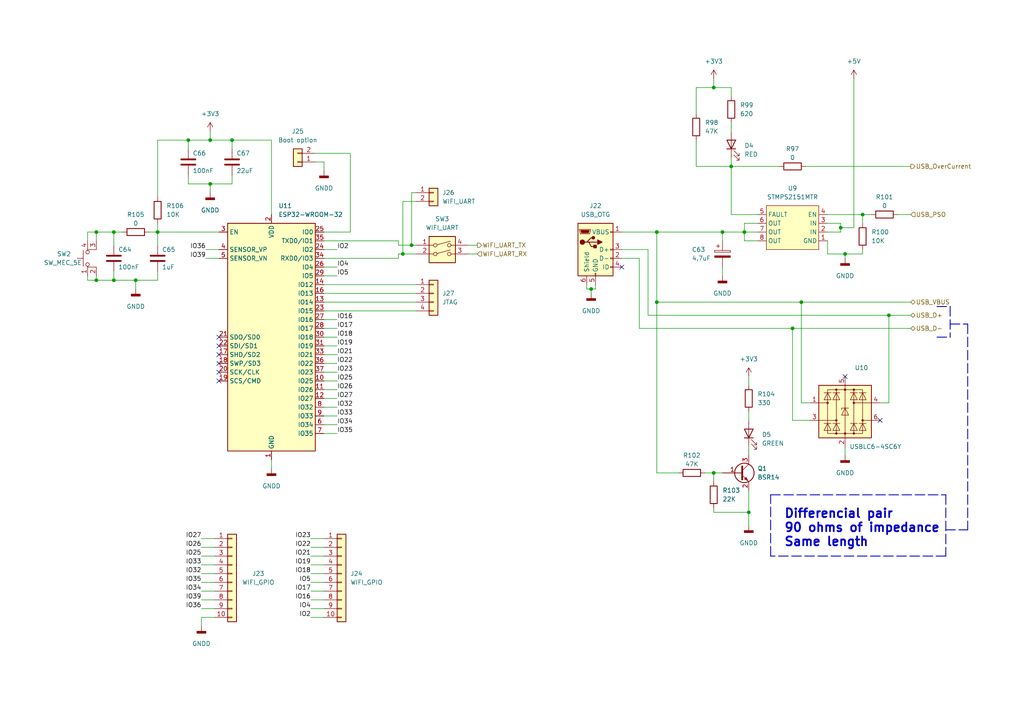
<source format=kicad_sch>
(kicad_sch (version 20211123) (generator eeschema)
  (paper "A4")
  (title_block (title "USB and Wi-Fi") (date "2022-11-20") (rev "Rev. 1") (company "HardGFX") (comment 1 "Esp. Eng. Sciarrone, Hanes Nahuel") (comment 2 "Master in embedded systems") (comment 3 "UBA - Facultad de Ingeniería"))
  (lib_symbols
    (symbol "Connector:USB_OTG" (pin_names (offset 1.016))
      (property "Reference" "J" (at -5.08 11.43 0))
      (property "Value" "USB_OTG" (at -5.08 8.89 0))
      (symbol "USB_OTG_0_1"
        (rectangle (start -5.08 -7.62) (end 5.08 7.62) (stroke (width 0.254)) (fill (type background)))
        (circle (center -3.81 2.159) (radius 0.635) (stroke (width 0.254)) (fill (type outline)))
        (circle (center -0.635 3.429) (radius 0.381) (stroke (width 0.254)) (fill (type outline)))
        (rectangle (start -0.127 -7.62) (end 0.127 -6.858))
        (polyline (pts (xy -1.905 2.159) (xy 0.635 2.159)) (stroke (width 0.254)))
        (polyline (pts (xy -3.175 2.159) (xy -2.54 2.159) (xy -1.27 3.429) (xy -0.635 3.429)) (stroke (width 0.254)))
        (polyline (pts (xy -2.54 2.159) (xy -1.905 2.159) (xy -1.27 0.889) (xy 0 0.889)) (stroke (width 0.254)))
        (polyline (pts (xy 0.635 2.794) (xy 0.635 1.524) (xy 1.905 2.159) (xy 0.635 2.794)) (stroke (width 0.254)) (fill (type outline)))
        (polyline (pts (xy -4.318 5.588) (xy -1.778 5.588) (xy -2.032 4.826) (xy -4.064 4.826) (xy -4.318 5.588)) (fill (type outline)))
        (polyline (pts (xy -4.699 5.842) (xy -4.699 5.588) (xy -4.445 4.826) (xy -4.445 4.572) (xy -1.651 4.572) (xy -1.651 4.826) (xy -1.397 5.588) (xy -1.397 5.842) (xy -4.699 5.842)))
        (rectangle (start 0.254 1.27) (end -0.508 0.508) (stroke (width 0.254)) (fill (type outline)))
        (rectangle (start 5.08 -5.207) (end 4.318 -4.953))
        (rectangle (start 5.08 -2.667) (end 4.318 -2.413))
        (rectangle (start 5.08 -0.127) (end 4.318 0.127))
        (rectangle (start 5.08 4.953) (end 4.318 5.207))
      )
      (symbol "USB_OTG_1_1"
        (pin passive line (at 7.62 5.08 180) (length 2.54) (name "VBUS") (number "1"))
        (pin bidirectional line (at 7.62 -2.54 180) (length 2.54) (name "D-") (number "2"))
        (pin bidirectional line (at 7.62 0 180) (length 2.54) (name "D+") (number "3"))
        (pin passive line (at 7.62 -5.08 180) (length 2.54) (name "ID") (number "4"))
        (pin passive line (at 0 -10.16 90) (length 2.54) (name "GND") (number "5"))
        (pin passive line (at -2.54 -10.16 90) (length 2.54) (name "Shield") (number "6"))
      )
    )
    (symbol "Connector_Generic:Conn_01x02" (pin_names (offset 1.016) hide)
      (property "Reference" "J" (at 0 2.54 0))
      (property "Value" "Conn_01x02" (at 0 -5.08 0))
      (symbol "Conn_01x02_1_1"
        (rectangle (start -1.27 -2.413) (end 0 -2.667) (stroke (width 0.1524)))
        (rectangle (start -1.27 0.127) (end 0 -0.127) (stroke (width 0.1524)))
        (rectangle (start -1.27 1.27) (end 1.27 -3.81) (stroke (width 0.254)) (fill (type background)))
        (pin passive line (at -5.08 0 0) (length 3.81) (name "Pin_1") (number "1"))
        (pin passive line (at -5.08 -2.54 0) (length 3.81) (name "Pin_2") (number "2"))
      )
    )
    (symbol "Connector_Generic:Conn_01x04" (pin_names (offset 1.016) hide)
      (property "Reference" "J" (at 0 5.08 0))
      (property "Value" "Conn_01x04" (at 0 -7.62 0))
      (symbol "Conn_01x04_1_1"
        (rectangle (start -1.27 -4.953) (end 0 -5.207) (stroke (width 0.1524)))
        (rectangle (start -1.27 -2.413) (end 0 -2.667) (stroke (width 0.1524)))
        (rectangle (start -1.27 0.127) (end 0 -0.127) (stroke (width 0.1524)))
        (rectangle (start -1.27 2.667) (end 0 2.413) (stroke (width 0.1524)))
        (rectangle (start -1.27 3.81) (end 1.27 -6.35) (stroke (width 0.254)) (fill (type background)))
        (pin passive line (at -5.08 2.54 0) (length 3.81) (name "Pin_1") (number "1"))
        (pin passive line (at -5.08 0 0) (length 3.81) (name "Pin_2") (number "2"))
        (pin passive line (at -5.08 -2.54 0) (length 3.81) (name "Pin_3") (number "3"))
        (pin passive line (at -5.08 -5.08 0) (length 3.81) (name "Pin_4") (number "4"))
      )
    )
    (symbol "Connector_Generic:Conn_01x10" (pin_names (offset 1.016) hide)
      (property "Reference" "J" (at 0 12.7 0))
      (property "Value" "Conn_01x10" (at 0 -15.24 0))
      (symbol "Conn_01x10_1_1"
        (rectangle (start -1.27 -12.573) (end 0 -12.827) (stroke (width 0.1524)))
        (rectangle (start -1.27 -10.033) (end 0 -10.287) (stroke (width 0.1524)))
        (rectangle (start -1.27 -7.493) (end 0 -7.747) (stroke (width 0.1524)))
        (rectangle (start -1.27 -4.953) (end 0 -5.207) (stroke (width 0.1524)))
        (rectangle (start -1.27 -2.413) (end 0 -2.667) (stroke (width 0.1524)))
        (rectangle (start -1.27 0.127) (end 0 -0.127) (stroke (width 0.1524)))
        (rectangle (start -1.27 2.667) (end 0 2.413) (stroke (width 0.1524)))
        (rectangle (start -1.27 5.207) (end 0 4.953) (stroke (width 0.1524)))
        (rectangle (start -1.27 7.747) (end 0 7.493) (stroke (width 0.1524)))
        (rectangle (start -1.27 10.287) (end 0 10.033) (stroke (width 0.1524)))
        (rectangle (start -1.27 11.43) (end 1.27 -13.97) (stroke (width 0.254)) (fill (type background)))
        (pin passive line (at -5.08 10.16 0) (length 3.81) (name "Pin_1") (number "1"))
        (pin passive line (at -5.08 -12.7 0) (length 3.81) (name "Pin_10") (number "10"))
        (pin passive line (at -5.08 7.62 0) (length 3.81) (name "Pin_2") (number "2"))
        (pin passive line (at -5.08 5.08 0) (length 3.81) (name "Pin_3") (number "3"))
        (pin passive line (at -5.08 2.54 0) (length 3.81) (name "Pin_4") (number "4"))
        (pin passive line (at -5.08 0 0) (length 3.81) (name "Pin_5") (number "5"))
        (pin passive line (at -5.08 -2.54 0) (length 3.81) (name "Pin_6") (number "6"))
        (pin passive line (at -5.08 -5.08 0) (length 3.81) (name "Pin_7") (number "7"))
        (pin passive line (at -5.08 -7.62 0) (length 3.81) (name "Pin_8") (number "8"))
        (pin passive line (at -5.08 -10.16 0) (length 3.81) (name "Pin_9") (number "9"))
      )
    )
    (symbol "Device:C" (pin_numbers hide) (pin_names (offset 0.254))
      (property "Reference" "C" (at 0.635 2.54 0))
      (property "Value" "C" (at 0.635 -2.54 0))
      (symbol "C_0_1"
        (polyline (pts (xy -2.032 -0.762) (xy 2.032 -0.762)) (stroke (width 0.508)))
        (polyline (pts (xy -2.032 0.762) (xy 2.032 0.762)) (stroke (width 0.508)))
      )
      (symbol "C_1_1"
        (pin passive line (at 0 3.81 270) (length 2.794) (name "~") (number "1"))
        (pin passive line (at 0 -3.81 90) (length 2.794) (name "~") (number "2"))
      )
    )
    (symbol "Device:C_Polarized" (pin_numbers hide) (pin_names (offset 0.254))
      (property "Reference" "C" (at 0.635 2.54 0))
      (property "Value" "C_Polarized" (at 0.635 -2.54 0))
      (symbol "C_Polarized_0_1"
        (rectangle (start -2.286 0.508) (end 2.286 1.016))
        (polyline (pts (xy -1.778 2.286) (xy -0.762 2.286)))
        (polyline (pts (xy -1.27 2.794) (xy -1.27 1.778)))
        (rectangle (start 2.286 -0.508) (end -2.286 -1.016) (fill (type outline)))
      )
      (symbol "C_Polarized_1_1"
        (pin passive line (at 0 3.81 270) (length 2.794) (name "~") (number "1"))
        (pin passive line (at 0 -3.81 90) (length 2.794) (name "~") (number "2"))
      )
    )
    (symbol "Device:LED" (pin_numbers hide) (pin_names (offset 1.016) hide)
      (property "Reference" "D" (at 0 2.54 0))
      (property "Value" "LED" (at 0 -2.54 0))
      (symbol "LED_0_1"
        (polyline (pts (xy -1.27 -1.27) (xy -1.27 1.27)) (stroke (width 0.254)))
        (polyline (pts (xy -1.27 0) (xy 1.27 0)))
        (polyline (pts (xy 1.27 -1.27) (xy 1.27 1.27) (xy -1.27 0) (xy 1.27 -1.27)) (stroke (width 0.254)))
        (polyline (pts (xy -3.048 -0.762) (xy -4.572 -2.286) (xy -3.81 -2.286) (xy -4.572 -2.286) (xy -4.572 -1.524)))
        (polyline (pts (xy -1.778 -0.762) (xy -3.302 -2.286) (xy -2.54 -2.286) (xy -3.302 -2.286) (xy -3.302 -1.524)))
      )
      (symbol "LED_1_1"
        (pin passive line (at -3.81 0 0) (length 2.54) (name "K") (number "1"))
        (pin passive line (at 3.81 0 180) (length 2.54) (name "A") (number "2"))
      )
    )
    (symbol "Device:R" (pin_numbers hide) (pin_names (offset 0))
      (property "Reference" "R" (at 2.032 0 90))
      (property "Value" "R" (at 0 0 90))
      (symbol "R_0_1"
        (rectangle (start -1.016 -2.54) (end 1.016 2.54) (stroke (width 0.254)))
      )
      (symbol "R_1_1"
        (pin passive line (at 0 3.81 270) (length 1.27) (name "~") (number "1"))
        (pin passive line (at 0 -3.81 90) (length 1.27) (name "~") (number "2"))
      )
    )
    (symbol "Power_Protection:USBLC6-4SC6" (pin_names hide)
      (property "Reference" "U" (at 2.54 8.89 0))
      (property "Value" "USBLC6-4SC6" (at 2.54 -8.89 0))
      (symbol "USBLC6-4SC6_0_1"
        (rectangle (start -7.62 -7.62) (end 7.62 7.62) (stroke (width 0.254)) (fill (type background)))
        (circle (center -5.08 2.54) (radius 0.254) (fill (type outline)))
        (circle (center -2.54 -6.35) (radius 0.254) (fill (type outline)))
        (circle (center -2.54 -2.54) (radius 0.254) (fill (type outline)))
        (circle (center -2.54 6.35) (radius 0.254) (fill (type outline)))
        (rectangle (start -2.54 6.35) (end 2.54 -6.35))
        (circle (center 0 -6.35) (radius 0.254) (fill (type outline)))
        (polyline (pts (xy -5.08 2.54) (xy -7.62 2.54)))
        (polyline (pts (xy -4.064 -3.429) (xy -6.096 -3.429)))
        (polyline (pts (xy -4.064 5.461) (xy -6.096 5.461)))
        (polyline (pts (xy -2.54 -2.54) (xy -7.62 -2.54)))
        (polyline (pts (xy -1.524 -3.429) (xy -3.556 -3.429)))
        (polyline (pts (xy -1.524 5.461) (xy -3.556 5.461)))
        (polyline (pts (xy 0 -7.62) (xy 0 -6.35)))
        (polyline (pts (xy 0 -6.35) (xy 0 1.27)))
        (polyline (pts (xy 0 1.27) (xy 0 6.35)))
        (polyline (pts (xy 0 6.35) (xy 0 7.62)))
        (polyline (pts (xy 1.524 -3.429) (xy 3.556 -3.429)))
        (polyline (pts (xy 1.524 5.461) (xy 3.556 5.461)))
        (polyline (pts (xy 2.54 2.54) (xy 7.62 2.54)))
        (polyline (pts (xy 4.064 -3.429) (xy 6.096 -3.429)))
        (polyline (pts (xy 4.064 5.461) (xy 6.096 5.461)))
        (polyline (pts (xy 5.08 -2.54) (xy 7.62 -2.54)))
        (polyline (pts (xy -6.096 -5.461) (xy -4.064 -5.461) (xy -5.08 -3.429) (xy -6.096 -5.461)))
        (polyline (pts (xy -6.096 3.429) (xy -4.064 3.429) (xy -5.08 5.461) (xy -6.096 3.429)))
        (polyline (pts (xy -3.556 -5.461) (xy -1.524 -5.461) (xy -2.54 -3.429) (xy -3.556 -5.461)))
        (polyline (pts (xy -3.556 3.429) (xy -1.524 3.429) (xy -2.54 5.461) (xy -3.556 3.429)))
        (polyline (pts (xy -2.54 6.35) (xy -5.08 6.35) (xy -5.08 -6.35) (xy -2.54 -6.35)))
        (polyline (pts (xy -1.016 -1.016) (xy 1.016 -1.016) (xy 0 1.016) (xy -1.016 -1.016)))
        (polyline (pts (xy 1.016 1.016) (xy 0.762 1.016) (xy -1.016 1.016) (xy -1.016 0.508)))
        (polyline (pts (xy 2.54 6.35) (xy 5.08 6.35) (xy 5.08 -6.35) (xy 2.54 -6.35)))
        (polyline (pts (xy 3.556 -5.461) (xy 1.524 -5.461) (xy 2.54 -3.429) (xy 3.556 -5.461)))
        (polyline (pts (xy 3.556 3.429) (xy 1.524 3.429) (xy 2.54 5.461) (xy 3.556 3.429)))
        (polyline (pts (xy 6.096 -5.461) (xy 4.064 -5.461) (xy 5.08 -3.429) (xy 6.096 -5.461)))
        (polyline (pts (xy 6.096 3.429) (xy 4.064 3.429) (xy 5.08 5.461) (xy 6.096 3.429)))
        (circle (center 0 6.35) (radius 0.254) (fill (type outline)))
        (circle (center 2.54 -6.35) (radius 0.254) (fill (type outline)))
        (circle (center 2.54 2.54) (radius 0.254) (fill (type outline)))
        (circle (center 2.54 6.35) (radius 0.254) (fill (type outline)))
        (circle (center 5.08 -2.54) (radius 0.254) (fill (type outline)))
      )
      (symbol "USBLC6-4SC6_1_1"
        (pin passive line (at -10.16 2.54 0) (length 2.54) (name "I/O1") (number "1"))
        (pin passive line (at 0 -10.16 90) (length 2.54) (name "GND") (number "2"))
        (pin passive line (at -10.16 -2.54 0) (length 2.54) (name "I/O2") (number "3"))
        (pin passive line (at 10.16 2.54 180) (length 2.54) (name "I/O3") (number "4"))
        (pin passive line (at 0 10.16 270) (length 2.54) (name "VBUS") (number "5"))
        (pin passive line (at 10.16 -2.54 180) (length 2.54) (name "I/O4") (number "6"))
      )
    )
    (symbol "RF_Module:ESP32-WROOM-32"
      (property "Reference" "U" (at -12.7 34.29 0))
      (property "Value" "ESP32-WROOM-32" (at 1.27 34.29 0))
      (symbol "ESP32-WROOM-32_0_1"
        (rectangle (start -12.7 33.02) (end 12.7 -33.02) (stroke (width 0.254)) (fill (type background)))
      )
      (symbol "ESP32-WROOM-32_1_1"
        (pin power_in line (at 0 -35.56 90) (length 2.54) (name "GND") (number "1"))
        (pin bidirectional line (at 15.24 -12.7 180) (length 2.54) (name "IO25") (number "10"))
        (pin bidirectional line (at 15.24 -15.24 180) (length 2.54) (name "IO26") (number "11"))
        (pin bidirectional line (at 15.24 -17.78 180) (length 2.54) (name "IO27") (number "12"))
        (pin bidirectional line (at 15.24 10.16 180) (length 2.54) (name "IO14") (number "13"))
        (pin bidirectional line (at 15.24 15.24 180) (length 2.54) (name "IO12") (number "14"))
        (pin passive line (at 0 -35.56 90) (length 2.54) hide (name "GND") (number "15"))
        (pin bidirectional line (at 15.24 12.7 180) (length 2.54) (name "IO13") (number "16"))
        (pin bidirectional line (at -15.24 -5.08 0) (length 2.54) (name "SHD/SD2") (number "17"))
        (pin bidirectional line (at -15.24 -7.62 0) (length 2.54) (name "SWP/SD3") (number "18"))
        (pin bidirectional line (at -15.24 -12.7 0) (length 2.54) (name "SCS/CMD") (number "19"))
        (pin power_in line (at 0 35.56 270) (length 2.54) (name "VDD") (number "2"))
        (pin bidirectional line (at -15.24 -10.16 0) (length 2.54) (name "SCK/CLK") (number "20"))
        (pin bidirectional line (at -15.24 0 0) (length 2.54) (name "SDO/SD0") (number "21"))
        (pin bidirectional line (at -15.24 -2.54 0) (length 2.54) (name "SDI/SD1") (number "22"))
        (pin bidirectional line (at 15.24 7.62 180) (length 2.54) (name "IO15") (number "23"))
        (pin bidirectional line (at 15.24 25.4 180) (length 2.54) (name "IO2") (number "24"))
        (pin bidirectional line (at 15.24 30.48 180) (length 2.54) (name "IO0") (number "25"))
        (pin bidirectional line (at 15.24 20.32 180) (length 2.54) (name "IO4") (number "26"))
        (pin bidirectional line (at 15.24 5.08 180) (length 2.54) (name "IO16") (number "27"))
        (pin bidirectional line (at 15.24 2.54 180) (length 2.54) (name "IO17") (number "28"))
        (pin bidirectional line (at 15.24 17.78 180) (length 2.54) (name "IO5") (number "29"))
        (pin input line (at -15.24 30.48 0) (length 2.54) (name "EN") (number "3"))
        (pin bidirectional line (at 15.24 0 180) (length 2.54) (name "IO18") (number "30"))
        (pin bidirectional line (at 15.24 -2.54 180) (length 2.54) (name "IO19") (number "31"))
        (pin no_connect line (at -12.7 -27.94 0) (length 2.54) hide (name "NC") (number "32"))
        (pin bidirectional line (at 15.24 -5.08 180) (length 2.54) (name "IO21") (number "33"))
        (pin bidirectional line (at 15.24 22.86 180) (length 2.54) (name "RXD0/IO3") (number "34"))
        (pin bidirectional line (at 15.24 27.94 180) (length 2.54) (name "TXD0/IO1") (number "35"))
        (pin bidirectional line (at 15.24 -7.62 180) (length 2.54) (name "IO22") (number "36"))
        (pin bidirectional line (at 15.24 -10.16 180) (length 2.54) (name "IO23") (number "37"))
        (pin passive line (at 0 -35.56 90) (length 2.54) hide (name "GND") (number "38"))
        (pin passive line (at 0 -35.56 90) (length 2.54) hide (name "GND") (number "39"))
        (pin input line (at -15.24 25.4 0) (length 2.54) (name "SENSOR_VP") (number "4"))
        (pin input line (at -15.24 22.86 0) (length 2.54) (name "SENSOR_VN") (number "5"))
        (pin input line (at 15.24 -25.4 180) (length 2.54) (name "IO34") (number "6"))
        (pin input line (at 15.24 -27.94 180) (length 2.54) (name "IO35") (number "7"))
        (pin bidirectional line (at 15.24 -20.32 180) (length 2.54) (name "IO32") (number "8"))
        (pin bidirectional line (at 15.24 -22.86 180) (length 2.54) (name "IO33") (number "9"))
      )
    )
    (symbol "STMPS2151MTR_1"
      (property "Reference" "U" (at 0 0 0))
      (property "Value" "STMPS2151MTR_1" (at 0 -2.54 0))
      (symbol "STMPS2151MTR_1_0_1"
        (rectangle (start -7.62 -3.81) (end 7.62 -16.51) (fill (type background)))
      )
      (symbol "STMPS2151MTR_1_1_1"
        (pin power_in line (at -10.16 -6.35 0) (length 2.54) (name "GND") (number "1"))
        (pin input line (at -10.16 -8.89 0) (length 2.54) (name "IN") (number "2"))
        (pin input line (at -10.16 -11.43 0) (length 2.54) (name "IN") (number "3"))
        (pin input line (at -10.16 -13.97 0) (length 2.54) (name "EN") (number "4"))
        (pin output line (at 10.16 -13.97 180) (length 2.54) (name "FAULT") (number "5"))
        (pin passive line (at 10.16 -11.43 180) (length 2.54) (name "OUT") (number "6"))
        (pin output line (at 10.16 -8.89 180) (length 2.54) (name "OUT") (number "7"))
        (pin passive line (at 10.16 -6.35 180) (length 2.54) (name "OUT") (number "8"))
      )
    )
    (symbol "Switch:SW_DIP_x02" (pin_names (offset 0) hide)
      (property "Reference" "SW" (at 0 6.35 0))
      (property "Value" "SW_DIP_x02" (at 0 -3.81 0))
      (symbol "SW_DIP_x02_0_0"
        (circle (center -2.032 0) (radius 0.508))
        (circle (center -2.032 2.54) (radius 0.508))
        (polyline (pts (xy -1.524 0.127) (xy 2.3622 1.1684)))
        (polyline (pts (xy -1.524 2.667) (xy 2.3622 3.7084)))
        (circle (center 2.032 0) (radius 0.508))
        (circle (center 2.032 2.54) (radius 0.508))
      )
      (symbol "SW_DIP_x02_0_1"
        (rectangle (start -3.81 5.08) (end 3.81 -2.54) (stroke (width 0.254)) (fill (type background)))
      )
      (symbol "SW_DIP_x02_1_1"
        (pin passive line (at -7.62 2.54 0) (length 5.08) (name "~") (number "1"))
        (pin passive line (at -7.62 0 0) (length 5.08) (name "~") (number "2"))
        (pin passive line (at 7.62 0 180) (length 5.08) (name "~") (number "3"))
        (pin passive line (at 7.62 2.54 180) (length 5.08) (name "~") (number "4"))
      )
    )
    (symbol "Switch:SW_MEC_5E" (pin_names (offset 1.016) hide)
      (property "Reference" "SW" (at 0.635 5.715 0))
      (property "Value" "SW_MEC_5E" (at 0 -3.175 0))
      (symbol "SW_MEC_5E_0_1"
        (circle (center -1.778 2.54) (radius 0.508))
        (polyline (pts (xy -2.286 3.81) (xy 2.286 3.81)))
        (polyline (pts (xy 0 3.81) (xy 0 5.588)))
        (polyline (pts (xy -2.54 0) (xy -2.54 2.54) (xy -2.286 2.54)))
        (polyline (pts (xy 2.54 0) (xy 2.54 2.54) (xy 2.286 2.54)))
        (circle (center 1.778 2.54) (radius 0.508))
        (pin passive line (at -5.08 2.54 0) (length 2.54) (name "1") (number "1"))
        (pin passive line (at -5.08 0 0) (length 2.54) (name "2") (number "2"))
        (pin passive line (at 5.08 0 180) (length 2.54) (name "K") (number "3"))
        (pin passive line (at 5.08 2.54 180) (length 2.54) (name "A") (number "4"))
      )
    )
    (symbol "Transistor_BJT:2SC4213" (pin_names (offset 0) hide)
      (property "Reference" "Q" (at 5.08 1.905 0))
      (property "Value" "2SC4213" (at 5.08 0 0))
      (symbol "2SC4213_0_1"
        (polyline (pts (xy 0.635 0.635) (xy 2.54 2.54)))
        (polyline (pts (xy 0.635 -0.635) (xy 2.54 -2.54) (xy 2.54 -2.54)))
        (polyline (pts (xy 0.635 1.905) (xy 0.635 -1.905) (xy 0.635 -1.905)) (stroke (width 0.508)))
        (polyline (pts (xy 1.27 -1.778) (xy 1.778 -1.27) (xy 2.286 -2.286) (xy 1.27 -1.778) (xy 1.27 -1.778)) (fill (type outline)))
        (circle (center 1.27 0) (radius 2.8194) (stroke (width 0.254)))
      )
      (symbol "2SC4213_1_1"
        (pin input line (at -5.08 0 0) (length 5.715) (name "B") (number "1"))
        (pin passive line (at 2.54 -5.08 90) (length 2.54) (name "E") (number "2"))
        (pin passive line (at 2.54 5.08 270) (length 2.54) (name "C") (number "3"))
      )
    )
    (symbol "power:+3V3" (power) (pin_names (offset 0))
      (property "Value" "+3V3" (at 0 3.556 0))
      (symbol "+3V3_0_1"
        (polyline (pts (xy -0.762 1.27) (xy 0 2.54)))
        (polyline (pts (xy 0 0) (xy 0 2.54)))
        (polyline (pts (xy 0 2.54) (xy 0.762 1.27)))
      )
      (symbol "+3V3_1_1"
        (pin power_in line (at 0 0 90) (length 0) hide (name "+3V3") (number "1"))
      )
    )
    (symbol "power:+5V" (power) (pin_names (offset 0))
      (property "Value" "+5V" (at 0 3.556 0))
      (symbol "+5V_0_1"
        (polyline (pts (xy -0.762 1.27) (xy 0 2.54)))
        (polyline (pts (xy 0 0) (xy 0 2.54)))
        (polyline (pts (xy 0 2.54) (xy 0.762 1.27)))
      )
      (symbol "+5V_1_1"
        (pin power_in line (at 0 0 90) (length 0) hide (name "+5V") (number "1"))
      )
    )
    (symbol "power:GNDD" (power) (pin_names (offset 0))
      (property "Value" "GNDD" (at 0 -3.175 0))
      (symbol "GNDD_0_1"
        (rectangle (start -1.27 -1.524) (end 1.27 -2.032) (stroke (width 0.254)) (fill (type outline)))
        (polyline (pts (xy 0 0) (xy 0 -1.524)))
      )
      (symbol "GNDD_1_1"
        (pin power_in line (at 0 0 270) (length 0) hide (name "GNDD") (number "1"))
      )
    )
  )
  (junction (at 207.01 25.4))
  (junction (at 245.11 73.66))
  (junction (at 250.19 62.23))
  (junction (at 27.94 67.31))
  (junction (at 243.84 66.04))
  (junction (at 217.17 148.59))
  (junction (at 171.45 83.82))
  (junction (at 67.31 40.64))
  (junction (at 119.38 71.12))
  (junction (at 212.09 48.26))
  (junction (at 27.94 81.28))
  (junction (at 33.02 81.28))
  (junction (at 209.55 67.31))
  (junction (at 45.72 67.31))
  (junction (at 207.01 137.16))
  (junction (at 54.61 40.64))
  (junction (at 190.5 87.63))
  (junction (at 257.81 91.44))
  (junction (at 33.02 67.31))
  (junction (at 215.9 67.31))
  (junction (at 190.5 67.31))
  (junction (at 60.96 53.34))
  (junction (at 232.41 87.63))
  (junction (at 60.96 40.64))
  (junction (at 116.84 73.66))
  (junction (at 39.37 81.28))
  (junction (at 229.87 95.25))
  (no_connect (at 180.34 77.47))
  (no_connect (at 245.11 109.22))
  (no_connect (at 63.5 97.79))
  (no_connect (at 63.5 100.33))
  (no_connect (at 63.5 102.87))
  (no_connect (at 63.5 105.41))
  (no_connect (at 63.5 107.95))
  (no_connect (at 63.5 110.49))
  (no_connect (at 255.27 121.92))
  (wire (pts (xy 27.94 80.01) (xy 27.94 81.28)))
  (wire (pts (xy 90.17 161.29) (xy 93.98 161.29)))
  (wire (pts (xy 60.96 38.1) (xy 60.96 40.64)))
  (wire (pts (xy 93.98 120.65) (xy 97.79 120.65)))
  (wire (pts (xy 212.09 48.26) (xy 201.93 48.26)))
  (wire (pts (xy 196.85 137.16) (xy 190.5 137.16)))
  (wire (pts (xy 93.98 95.25) (xy 97.79 95.25)))
  (wire (pts (xy 212.09 35.56) (xy 212.09 38.1)))
  (wire (pts (xy 243.84 67.31) (xy 240.03 67.31)))
  (wire (pts (xy 115.57 69.85) (xy 93.98 69.85)))
  (wire (pts (xy 243.84 64.77) (xy 243.84 66.04)))
  (wire (pts (xy 54.61 53.34) (xy 60.96 53.34)))
  (wire (pts (xy 90.17 173.99) (xy 93.98 173.99)))
  (wire (pts (xy 247.65 22.86) (xy 247.65 66.04)))
  (wire (pts (xy 101.6 44.45) (xy 101.6 67.31)))
  (wire (pts (xy 93.98 46.99) (xy 93.98 49.53)))
  (wire (pts (xy 116.84 58.42) (xy 116.84 73.66)))
  (wire (pts (xy 212.09 25.4) (xy 207.01 25.4)))
  (wire (pts (xy 101.6 67.31) (xy 93.98 67.31)))
  (wire (pts (xy 217.17 142.24) (xy 217.17 148.59)))
  (wire (pts (xy 39.37 81.28) (xy 33.02 81.28)))
  (wire (pts (xy 25.4 80.01) (xy 25.4 81.28)))
  (polyline (pts (xy 275.59 88.9) (xy 275.59 97.79)) (stroke (width 0.254)))
  (wire (pts (xy 78.74 62.23) (xy 78.74 40.64)))
  (wire (pts (xy 33.02 78.74) (xy 33.02 81.28)))
  (wire (pts (xy 215.9 67.31) (xy 219.71 67.31)))
  (wire (pts (xy 58.42 173.99) (xy 62.23 173.99)))
  (wire (pts (xy 233.68 48.26) (xy 264.16 48.26)))
  (wire (pts (xy 43.18 67.31) (xy 45.72 67.31)))
  (wire (pts (xy 245.11 73.66) (xy 245.11 74.93)))
  (wire (pts (xy 190.5 137.16) (xy 190.5 87.63)))
  (wire (pts (xy 58.42 179.07) (xy 58.42 181.61)))
  (wire (pts (xy 250.19 62.23) (xy 250.19 64.77)))
  (wire (pts (xy 120.65 73.66) (xy 116.84 73.66)))
  (wire (pts (xy 67.31 40.64) (xy 60.96 40.64)))
  (wire (pts (xy 257.81 91.44) (xy 264.16 91.44)))
  (wire (pts (xy 93.98 115.57) (xy 97.79 115.57)))
  (wire (pts (xy 212.09 62.23) (xy 212.09 48.26)))
  (wire (pts (xy 45.72 67.31) (xy 45.72 71.12)))
  (wire (pts (xy 67.31 50.8) (xy 67.31 53.34)))
  (wire (pts (xy 245.11 73.66) (xy 250.19 73.66)))
  (wire (pts (xy 39.37 83.82) (xy 39.37 81.28)))
  (wire (pts (xy 135.89 73.66) (xy 138.43 73.66)))
  (wire (pts (xy 172.72 83.82) (xy 171.45 83.82)))
  (wire (pts (xy 67.31 43.18) (xy 67.31 40.64)))
  (wire (pts (xy 232.41 116.84) (xy 232.41 87.63)))
  (wire (pts (xy 33.02 81.28) (xy 27.94 81.28)))
  (wire (pts (xy 90.17 171.45) (xy 93.98 171.45)))
  (wire (pts (xy 58.42 176.53) (xy 62.23 176.53)))
  (wire (pts (xy 212.09 45.72) (xy 212.09 48.26)))
  (wire (pts (xy 93.98 113.03) (xy 97.79 113.03)))
  (wire (pts (xy 201.93 25.4) (xy 207.01 25.4)))
  (wire (pts (xy 207.01 148.59) (xy 217.17 148.59)))
  (wire (pts (xy 45.72 67.31) (xy 63.5 67.31)))
  (wire (pts (xy 207.01 137.16) (xy 209.55 137.16)))
  (wire (pts (xy 215.9 64.77) (xy 215.9 67.31)))
  (wire (pts (xy 33.02 67.31) (xy 33.02 71.12)))
  (wire (pts (xy 60.96 40.64) (xy 54.61 40.64)))
  (wire (pts (xy 25.4 67.31) (xy 27.94 67.31)))
  (wire (pts (xy 58.42 163.83) (xy 62.23 163.83)))
  (wire (pts (xy 93.98 100.33) (xy 97.79 100.33)))
  (wire (pts (xy 170.18 82.55) (xy 170.18 83.82)))
  (wire (pts (xy 243.84 66.04) (xy 243.84 67.31)))
  (wire (pts (xy 264.16 87.63) (xy 232.41 87.63)))
  (wire (pts (xy 93.98 118.11) (xy 97.79 118.11)))
  (wire (pts (xy 25.4 69.85) (xy 25.4 67.31)))
  (polyline (pts (xy 271.78 88.9) (xy 275.59 88.9)) (stroke (width 0.254)))
  (wire (pts (xy 187.96 91.44) (xy 257.81 91.44)))
  (wire (pts (xy 58.42 161.29) (xy 62.23 161.29)))
  (wire (pts (xy 93.98 107.95) (xy 97.79 107.95)))
  (polyline (pts (xy 280.67 93.98) (xy 280.67 153.67)) (stroke (width 0.254)))
  (wire (pts (xy 217.17 148.59) (xy 217.17 152.4)))
  (wire (pts (xy 115.57 71.12) (xy 115.57 69.85)))
  (wire (pts (xy 90.17 166.37) (xy 93.98 166.37)))
  (wire (pts (xy 93.98 87.63) (xy 120.65 87.63)))
  (wire (pts (xy 180.34 74.93) (xy 185.42 74.93)))
  (wire (pts (xy 93.98 80.01) (xy 97.79 80.01)))
  (wire (pts (xy 247.65 66.04) (xy 243.84 66.04)))
  (wire (pts (xy 219.71 69.85) (xy 215.9 69.85)))
  (wire (pts (xy 201.93 48.26) (xy 201.93 40.64)))
  (wire (pts (xy 209.55 67.31) (xy 209.55 69.85)))
  (wire (pts (xy 78.74 40.64) (xy 67.31 40.64)))
  (wire (pts (xy 209.55 67.31) (xy 215.9 67.31)))
  (wire (pts (xy 90.17 168.91) (xy 93.98 168.91)))
  (wire (pts (xy 90.17 163.83) (xy 93.98 163.83)))
  (wire (pts (xy 207.01 137.16) (xy 207.01 139.7)))
  (wire (pts (xy 58.42 171.45) (xy 62.23 171.45)))
  (wire (pts (xy 93.98 123.19) (xy 97.79 123.19)))
  (wire (pts (xy 58.42 168.91) (xy 62.23 168.91)))
  (wire (pts (xy 93.98 90.17) (xy 120.65 90.17)))
  (wire (pts (xy 62.23 179.07) (xy 58.42 179.07)))
  (wire (pts (xy 207.01 25.4) (xy 207.01 22.86)))
  (wire (pts (xy 135.89 71.12) (xy 138.43 71.12)))
  (wire (pts (xy 207.01 147.32) (xy 207.01 148.59)))
  (polyline (pts (xy 275.59 93.98) (xy 280.67 93.98)) (stroke (width 0.254)))
  (wire (pts (xy 33.02 67.31) (xy 35.56 67.31)))
  (wire (pts (xy 190.5 67.31) (xy 209.55 67.31)))
  (wire (pts (xy 67.31 53.34) (xy 60.96 53.34)))
  (wire (pts (xy 217.17 109.22) (xy 217.17 111.76)))
  (wire (pts (xy 187.96 72.39) (xy 187.96 91.44)))
  (wire (pts (xy 240.03 62.23) (xy 250.19 62.23)))
  (wire (pts (xy 232.41 87.63) (xy 190.5 87.63)))
  (wire (pts (xy 116.84 73.66) (xy 115.57 73.66)))
  (wire (pts (xy 217.17 119.38) (xy 217.17 121.92)))
  (wire (pts (xy 180.34 67.31) (xy 190.5 67.31)))
  (wire (pts (xy 219.71 62.23) (xy 212.09 62.23)))
  (wire (pts (xy 93.98 97.79) (xy 97.79 97.79)))
  (wire (pts (xy 120.65 58.42) (xy 116.84 58.42)))
  (wire (pts (xy 90.17 158.75) (xy 93.98 158.75)))
  (wire (pts (xy 190.5 87.63) (xy 190.5 67.31)))
  (wire (pts (xy 234.95 116.84) (xy 232.41 116.84)))
  (wire (pts (xy 93.98 72.39) (xy 97.79 72.39)))
  (wire (pts (xy 90.17 179.07) (xy 93.98 179.07)))
  (wire (pts (xy 45.72 78.74) (xy 45.72 81.28)))
  (wire (pts (xy 209.55 77.47) (xy 209.55 80.01)))
  (wire (pts (xy 91.44 44.45) (xy 101.6 44.45)))
  (wire (pts (xy 170.18 83.82) (xy 171.45 83.82)))
  (wire (pts (xy 204.47 137.16) (xy 207.01 137.16)))
  (wire (pts (xy 240.03 64.77) (xy 243.84 64.77)))
  (wire (pts (xy 90.17 176.53) (xy 93.98 176.53)))
  (wire (pts (xy 185.42 95.25) (xy 229.87 95.25)))
  (wire (pts (xy 229.87 121.92) (xy 229.87 95.25)))
  (wire (pts (xy 229.87 95.25) (xy 264.16 95.25)))
  (wire (pts (xy 78.74 133.35) (xy 78.74 135.89)))
  (wire (pts (xy 245.11 129.54) (xy 245.11 132.08)))
  (wire (pts (xy 250.19 73.66) (xy 250.19 72.39)))
  (wire (pts (xy 45.72 64.77) (xy 45.72 67.31)))
  (wire (pts (xy 93.98 74.93) (xy 115.57 74.93)))
  (wire (pts (xy 215.9 69.85) (xy 215.9 67.31)))
  (wire (pts (xy 90.17 156.21) (xy 93.98 156.21)))
  (wire (pts (xy 58.42 156.21) (xy 62.23 156.21)))
  (wire (pts (xy 171.45 83.82) (xy 171.45 85.09)))
  (wire (pts (xy 27.94 67.31) (xy 27.94 69.85)))
  (wire (pts (xy 58.42 158.75) (xy 62.23 158.75)))
  (wire (pts (xy 58.42 166.37) (xy 62.23 166.37)))
  (wire (pts (xy 119.38 55.88) (xy 119.38 71.12)))
  (polyline (pts (xy 271.78 97.79) (xy 275.59 97.79)) (stroke (width 0.254)))
  (polyline (pts (xy 223.52 161.29) (xy 223.52 143.51)) (stroke (width 0.254)))
  (wire (pts (xy 45.72 57.15) (xy 45.72 40.64)))
  (wire (pts (xy 93.98 110.49) (xy 97.79 110.49)))
  (polyline (pts (xy 274.32 143.51) (xy 274.32 161.29)) (stroke (width 0.254)))
  (polyline (pts (xy 274.32 161.29) (xy 223.52 161.29)) (stroke (width 0.254)))
  (wire (pts (xy 260.35 62.23) (xy 264.16 62.23)))
  (wire (pts (xy 180.34 72.39) (xy 187.96 72.39)))
  (wire (pts (xy 59.69 74.93) (xy 63.5 74.93)))
  (wire (pts (xy 219.71 64.77) (xy 215.9 64.77)))
  (wire (pts (xy 185.42 74.93) (xy 185.42 95.25)))
  (wire (pts (xy 120.65 71.12) (xy 119.38 71.12)))
  (wire (pts (xy 201.93 33.02) (xy 201.93 25.4)))
  (wire (pts (xy 93.98 82.55) (xy 120.65 82.55)))
  (wire (pts (xy 93.98 85.09) (xy 120.65 85.09)))
  (wire (pts (xy 93.98 92.71) (xy 97.79 92.71)))
  (wire (pts (xy 93.98 102.87) (xy 97.79 102.87)))
  (wire (pts (xy 255.27 116.84) (xy 257.81 116.84)))
  (wire (pts (xy 226.06 48.26) (xy 212.09 48.26)))
  (wire (pts (xy 45.72 81.28) (xy 39.37 81.28)))
  (wire (pts (xy 60.96 53.34) (xy 60.96 55.88)))
  (polyline (pts (xy 223.52 143.51) (xy 274.32 143.51)) (stroke (width 0.254)))
  (wire (pts (xy 59.69 72.39) (xy 63.5 72.39)))
  (wire (pts (xy 93.98 125.73) (xy 97.79 125.73)))
  (wire (pts (xy 54.61 50.8) (xy 54.61 53.34)))
  (wire (pts (xy 115.57 73.66) (xy 115.57 74.93)))
  (wire (pts (xy 91.44 46.99) (xy 93.98 46.99)))
  (wire (pts (xy 93.98 105.41) (xy 97.79 105.41)))
  (wire (pts (xy 234.95 121.92) (xy 229.87 121.92)))
  (wire (pts (xy 172.72 82.55) (xy 172.72 83.82)))
  (wire (pts (xy 25.4 81.28) (xy 27.94 81.28)))
  (wire (pts (xy 257.81 91.44) (xy 257.81 116.84)))
  (wire (pts (xy 217.17 129.54) (xy 217.17 132.08)))
  (wire (pts (xy 93.98 77.47) (xy 97.79 77.47)))
  (wire (pts (xy 54.61 40.64) (xy 54.61 43.18)))
  (wire (pts (xy 120.65 55.88) (xy 119.38 55.88)))
  (wire (pts (xy 250.19 62.23) (xy 252.73 62.23)))
  (wire (pts (xy 27.94 67.31) (xy 33.02 67.31)))
  (wire (pts (xy 240.03 73.66) (xy 245.11 73.66)))
  (polyline (pts (xy 274.32 153.67) (xy 280.67 153.67)) (stroke (width 0.254)))
  (wire (pts (xy 240.03 69.85) (xy 240.03 73.66)))
  (wire (pts (xy 45.72 40.64) (xy 54.61 40.64)))
  (wire (pts (xy 212.09 27.94) (xy 212.09 25.4)))
  (wire (pts (xy 119.38 71.12) (xy 115.57 71.12)))
  (text "Differencial pair\n90 ohms of impedance\nSame length " (at 227.33 158.75 0) (effects (font (size 2.54 2.54) (thickness 0.508) bold) (justify left bottom)))
  (label "IO18" (at 97.79 97.79 0))
  (label "IO33" (at 58.42 163.83 180))
  (label "IO19" (at 97.79 100.33 0))
  (label "IO36" (at 59.69 72.39 180))
  (label "IO18" (at 90.17 166.37 180))
  (label "IO23" (at 97.79 107.95 0))
  (label "IO26" (at 58.42 158.75 180))
  (label "IO23" (at 90.17 156.21 180))
  (label "IO32" (at 58.42 166.37 180))
  (label "IO5" (at 97.79 80.01 0))
  (label "IO34" (at 58.42 171.45 180))
  (label "IO22" (at 90.17 158.75 180))
  (label "IO21" (at 90.17 161.29 180))
  (label "IO26" (at 97.79 113.03 0))
  (label "IO17" (at 90.17 171.45 180))
  (label "IO32" (at 97.79 118.11 0))
  (label "IO5" (at 90.17 168.91 180))
  (label "IO25" (at 97.79 110.49 0))
  (label "IO16" (at 90.17 173.99 180))
  (label "IO21" (at 97.79 102.87 0))
  (label "IO39" (at 58.42 173.99 180))
  (label "IO22" (at 97.79 105.41 0))
  (label "IO25" (at 58.42 161.29 180))
  (label "IO17" (at 97.79 95.25 0))
  (label "IO34" (at 97.79 123.19 0))
  (label "IO4" (at 97.79 77.47 0))
  (label "IO35" (at 97.79 125.73 0))
  (label "IO2" (at 90.17 179.07 180))
  (label "IO27" (at 58.42 156.21 180))
  (label "IO33" (at 97.79 120.65 0))
  (label "IO19" (at 90.17 163.83 180))
  (label "IO16" (at 97.79 92.71 0))
  (label "IO4" (at 90.17 176.53 180))
  (label "IO39" (at 59.69 74.93 180))
  (label "IO27" (at 97.79 115.57 0))
  (label "IO2" (at 97.79 72.39 0))
  (label "IO36" (at 58.42 176.53 180))
  (label "IO35" (at 58.42 168.91 180))
  (hierarchical_label "USB_PSO" (shape input) (at 264.16 62.23 0))
  (hierarchical_label "USB_VBUS" (shape bidirectional) (at 264.16 87.63 0))
  (hierarchical_label "WIFI_UART_RX" (shape input) (at 138.43 73.66 0))
  (hierarchical_label "USB_OverCurrent" (shape output) (at 264.16 48.26 0))
  (hierarchical_label "USB_D+" (shape bidirectional) (at 264.16 91.44 0))
  (hierarchical_label "WIFI_UART_TX" (shape output) (at 138.43 71.12 0))
  (hierarchical_label "USB_D-" (shape bidirectional) (at 264.16 95.25 0))
  (symbol (lib_id "power:+3V3") (at 60.96 38.1 0) (unit 1)
    (property "Reference" "#PWR071" (effects hide))
    (property "Value" "+3V3" (at 60.96 33.02 0))
  )
  (symbol (lib_id "Device:LED") (at 217.17 125.73 90) (unit 1)
    (property "Reference" "D5" (at 220.98 126.0474 90) (effects (justify right)))
    (property "Value" "GREEN" (at 220.98 128.5874 90) (effects (justify right)))
    (property "Footprint" "LED_SMD:LED_1206_3216Metric_Pad1.42x1.75mm_HandSolder" (effects hide))
    (property "Datasheet" "https://www.we-online.com/katalog/datasheet/156120VS75000.pdf" (effects hide))
    (property "MANUFACTURER" "Würth Elektronik" (effects hide))
    (property "digikey#" "732-5032-1-ND" (effects hide))
    (property "manf#" "156120VS75000" (effects hide))
    (property "mouser#" "710-156120VS75000" (effects hide))
  )
  (symbol (lib_id "Connector_Generic:Conn_01x02") (at 125.73 55.88 0) (unit 1)
    (property "Reference" "J26" (at 128.27 55.8799 0) (effects (justify left)))
    (property "Value" "WIFI_UART" (at 128.27 58.4199 0) (effects (justify left)))
    (property "Footprint" "Connector_PinHeader_2.54mm:PinHeader_1x02_P2.54mm_Vertical" (effects hide))
    (property "Datasheet" "http://suddendocs.samtec.com/catalog_english/tsw_th.pdf" (effects hide))
    (property "MANUFACTURER" "Samtec Inc." (effects hide))
    (property "digikey#" "SAM1029-02-ND" (effects hide))
    (property "manf#" "TSW-102-07-G-S" (effects hide))
    (property "mouser#" "200-TSW10207GS" (effects hide))
  )
  (symbol (lib_id "Device:R") (at 256.54 62.23 90) (unit 1)
    (property "Reference" "R101" (at 256.54 57.15 90))
    (property "Value" "0" (at 256.54 59.69 90))
    (property "Footprint" "Resistor_SMD:R_0603_1608Metric_Pad0.98x0.95mm_HandSolder" (effects hide))
    (property "Datasheet" "https://www.yageo.com/upload/media/product/productsearch/datasheet/rchip/PYu-RC_Group_51_RoHS_L_12.pdf" (effects hide))
    (property "MANUFACTURER" "YAGEO" (effects hide))
    (property "digikey#" "311-0.0GRCT-ND" (effects hide))
    (property "manf#" "RC0603JR-070RL" (effects hide))
    (property "mouser#" "603-RC0603JR-070RL" (effects hide))
  )
  (symbol (lib_id "Connector_Generic:Conn_01x02") (at 86.36 46.99 180) (unit 1)
    (property "Reference" "J25" (at 86.36 38.1 0))
    (property "Value" "Boot option" (at 86.36 40.64 0))
    (property "Footprint" "Connector_PinHeader_2.54mm:PinHeader_1x02_P2.54mm_Vertical" (effects hide))
    (property "Datasheet" "http://suddendocs.samtec.com/catalog_english/tsw_th.pdf" (effects hide))
    (property "MANUFACTURER" "Samtec Inc." (effects hide))
    (property "digikey#" "SAM1029-02-ND" (effects hide))
    (property "manf#" "TSW-102-07-G-S" (effects hide))
    (property "mouser#" "200-TSW10207GS" (effects hide))
  )
  (symbol (lib_id "Transistor_BJT:2SC4213") (at 214.63 137.16 0) (unit 1)
    (property "Reference" "Q1" (at 219.71 135.8899 0) (effects (justify left)))
    (property "Value" "BSR14" (at 219.71 138.4299 0) (effects (justify left)))
    (property "Footprint" "Package_TO_SOT_SMD:SOT-323_SC-70_Handsoldering" (effects hide))
    (property "Datasheet" "https://www.onsemi.com/pdf/datasheet/bsr14-d.pdf" (effects hide))
    (property "MANUFACTURER" "onsemi" (effects hide))
    (property "digikey#" "BSR14CT-ND" (effects hide))
    (property "manf#" "BSR14" (effects hide))
    (property "mouser#" "512-BSR14" (effects hide))
  )
  (symbol (lib_id "power:GNDD") (at 209.55 80.01 0) (unit 1)
    (property "Reference" "#PWR063" (effects hide))
    (property "Value" "GNDD" (at 209.55 85.09 0))
  )
  (symbol (lib_id "Device:R") (at 207.01 143.51 180) (unit 1)
    (property "Reference" "R103" (at 209.55 142.2399 0) (effects (justify right)))
    (property "Value" "22K" (at 209.55 144.7799 0) (effects (justify right)))
    (property "Footprint" "Resistor_SMD:R_0603_1608Metric_Pad0.98x0.95mm_HandSolder" (effects hide))
    (property "Datasheet" "https://www.yageo.com/upload/media/product/productsearch/datasheet/rchip/PYu-RC_Group_51_RoHS_L_12.pdf" (effects hide))
    (property "MANUFACTURER" "YAGEO" (effects hide))
    (property "digikey#" "311-22.0KHRCT-ND" (effects hide))
    (property "manf#" "RC0603FR-0722KL" (effects hide))
    (property "mouser#" "603-RC0603FR-0722KL" (effects hide))
  )
  (symbol (lib_id "Device:R") (at 212.09 31.75 0) (unit 1)
    (property "Reference" "R99" (at 214.63 30.4799 0) (effects (justify left)))
    (property "Value" "620" (at 214.63 33.0199 0) (effects (justify left)))
    (property "Footprint" "Resistor_SMD:R_0603_1608Metric_Pad0.98x0.95mm_HandSolder" (effects hide))
    (property "Datasheet" "https://www.yageo.com/upload/media/product/productsearch/datasheet/rchip/PYu-RC_Group_51_RoHS_L_12.pdf" (effects hide))
    (property "MANUFACTURER" "YAGEO" (effects hide))
    (property "digikey#" "311-620HRCT-ND" (effects hide))
    (property "manf#" "RC0603FR-07620RL" (effects hide))
    (property "mouser#" "603-RC0603FR-07620RL" (effects hide))
  )
  (symbol (lib_id "RF_Module:ESP32-WROOM-32") (at 78.74 97.79 0) (unit 1)
    (property "Reference" "U11" (at 80.7594 59.69 0) (effects (justify left)))
    (property "Value" "ESP32-WROOM-32" (at 80.7594 62.23 0) (effects (justify left)))
    (property "Footprint" "RF_Module:ESP32-WROOM-32" (effects hide))
    (property "Datasheet" "https://www.espressif.com/sites/default/files/documentation/esp32-wroom-32_datasheet_en.pdf" (effects hide))
    (property "MANUFACTURER" "Espressif Systems" (effects hide))
    (property "manf#" "ESP32-WROOM-32E-H4" (effects hide))
    (property "digikey#" "1965-ESP32-WROOM-32E-H4CT-ND" (effects hide))
    (property "mouser#" "356-ESP32WRM320EH3PS" (effects hide))
  )
  (symbol (lib_id "Device:C") (at 33.02 74.93 0) (unit 1)
    (property "Reference" "C64" (at 34.29 72.39 0) (effects (justify left)))
    (property "Value" "100nF" (at 34.29 77.47 0) (effects (justify left)))
    (property "Footprint" "Capacitor_SMD:C_0603_1608Metric_Pad1.08x0.95mm_HandSolder" (effects hide))
    (property "Datasheet" "https://www.yageo.com/upload/media/product/productsearch/datasheet/mlcc/UPY-GPHC_X7R_6.3V-to-50V_20.pdf" (effects hide))
    (property "MANUFACTURER" "YAGEO" (effects hide))
    (property "digikey#" "311-1088-1-ND" (effects hide))
    (property "manf#" "CC0603KRX7R7BB104" (effects hide))
    (property "mouser#" "603-CC603KRX7R7BB104" (effects hide))
  )
  (symbol (lib_id "Device:C") (at 54.61 46.99 0) (unit 1)
    (property "Reference" "C66" (at 55.88 44.45 0) (effects (justify left)))
    (property "Value" "100nF" (at 55.88 49.53 0) (effects (justify left)))
    (property "Footprint" "Capacitor_SMD:C_0603_1608Metric_Pad1.08x0.95mm_HandSolder" (effects hide))
    (property "Datasheet" "https://www.yageo.com/upload/media/product/productsearch/datasheet/mlcc/UPY-GPHC_X7R_6.3V-to-50V_20.pdf" (effects hide))
    (property "MANUFACTURER" "YAGEO" (effects hide))
    (property "digikey#" "311-1088-1-ND" (effects hide))
    (property "manf#" "CC0603KRX7R7BB104" (effects hide))
    (property "mouser#" "603-CC603KRX7R7BB104" (effects hide))
  )
  (symbol (lib_name "STMPS2151MTR_1") (lib_id "STMPS2151:STMPS2151MTR") (at 229.87 76.2 180) (unit 1)
    (property "Reference" "U9" (at 229.87 54.61 0))
    (property "Value" "STMPS2151MTR" (at 229.87 57.15 0))
    (property "Footprint" "Package_SO:SOIC-8_3.9x4.9mm_P1.27mm" (effects hide))
    (property "Datasheet" "https://www.st.com/content/ccc/resource/technical/document/datasheet/e8/d7/48/25/eb/87/45/b3/CD00167470.pdf/files/CD00167470.pdf/jcr:content/translations/en.CD00167470.pdf" (effects hide))
    (property "MANUFACTURER" "STMicroelectronics" (effects hide))
    (property "digikey#" "497-8349-1-ND" (effects hide))
    (property "manf#" "STMPS2151MTR" (effects hide))
    (property "mouser#" "511-STMPS2151MTR" (effects hide))
  )
  (symbol (lib_id "Switch:SW_MEC_5E") (at 27.94 74.93 90) (unit 1)
    (property "Reference" "SW2" (at 16.51 73.66 90) (effects (justify right)))
    (property "Value" "SW_MEC_5E" (at 12.7 76.2 90) (effects (justify right)))
    (property "Footprint" "Button_switch_wuerth_elektronik_430481025816:Button_switch_wuerth_elektronik_430481025816" (effects hide))
    (property "Datasheet" "https://www.we-online.com/katalog/datasheet/4304x1xxx8x6.pdf" (effects hide))
    (property "MANUFACTURER" "Würth Elektronik" (effects hide))
    (property "manf#" "430481025816" (effects hide))
    (property "digikey#" "732-7022-1-ND" (effects hide))
    (property "mouser#" "710-430481025816" (effects hide))
  )
  (symbol (lib_id "Device:LED") (at 212.09 41.91 90) (unit 1)
    (property "Reference" "D4" (at 215.9 42.2274 90) (effects (justify right)))
    (property "Value" "RED" (at 215.9 44.7674 90) (effects (justify right)))
    (property "Footprint" "LED_SMD:LED_1206_3216Metric_Pad1.42x1.75mm_HandSolder" (effects hide))
    (property "Datasheet" "https://www.we-online.com/katalog/datasheet/156120RS75000.pdf" (effects hide))
    (property "MANUFACTURER" "Würth Elektronik" (effects hide))
    (property "digikey#" "732-5030-1-ND" (effects hide))
    (property "manf#" "156120RS75000" (effects hide))
    (property "mouser#" "710-156120RS75000" (effects hide))
  )
  (symbol (lib_id "power:GNDD") (at 245.11 132.08 0) (unit 1)
    (property "Reference" "#PWR068" (effects hide))
    (property "Value" "GNDD" (at 245.11 137.16 0))
  )
  (symbol (lib_id "Power_Protection:USBLC6-4SC6") (at 245.11 119.38 0) (unit 1)
    (property "Reference" "U10" (at 247.8787 106.68 0) (effects (justify left)))
    (property "Value" "USBLC6-4SC6Y" (at 246.38 129.54 0) (effects (justify left)))
    (property "Footprint" "Package_TO_SOT_SMD:SOT-23-6_Handsoldering" (effects hide))
    (property "Datasheet" "https://www.st.com/content/ccc/resource/technical/document/datasheet/4d/3b/c6/28/1e/a5/40/1d/DM00055251.pdf/files/DM00055251.pdf/jcr:content/translations/en.DM00055251.pdf" (effects hide))
    (property "MANUFACTURER" "STMicroelectronics" (effects hide))
    (property "manf#" "USBLC6-4SC6Y" (effects hide))
    (property "digikey#" "497-11883-1-ND" (effects hide))
    (property "mouser#" "511-USBLC6-4SC6Y" (effects hide))
  )
  (symbol (lib_id "power:GNDD") (at 245.11 74.93 0) (unit 1)
    (property "Reference" "#PWR064" (effects hide))
    (property "Value" "GNDD" (at 245.11 80.01 0))
  )
  (symbol (lib_id "Device:R") (at 229.87 48.26 90) (unit 1)
    (property "Reference" "R97" (at 229.87 43.18 90))
    (property "Value" "0" (at 229.87 45.72 90))
    (property "Footprint" "Resistor_SMD:R_0603_1608Metric_Pad0.98x0.95mm_HandSolder" (effects hide))
    (property "Datasheet" "https://www.yageo.com/upload/media/product/productsearch/datasheet/rchip/PYu-RC_Group_51_RoHS_L_12.pdf" (effects hide))
    (property "MANUFACTURER" "YAGEO" (effects hide))
    (property "digikey#" "311-0.0GRCT-ND" (effects hide))
    (property "manf#" "RC0603JR-070RL" (effects hide))
    (property "mouser#" "603-RC0603JR-070RL" (effects hide))
  )
  (symbol (lib_id "Device:R") (at 45.72 60.96 0) (unit 1)
    (property "Reference" "R106" (at 48.26 59.6899 0) (effects (justify left)))
    (property "Value" "10K" (at 48.26 62.2299 0) (effects (justify left)))
    (property "Footprint" "Resistor_SMD:R_0603_1608Metric_Pad0.98x0.95mm_HandSolder" (effects hide))
    (property "Datasheet" "https://www.yageo.com/upload/media/product/productsearch/datasheet/rchip/PYu-RC_Group_51_RoHS_L_12.pdf" (effects hide))
    (property "MANUFACTURER" "YAGEO" (effects hide))
    (property "digikey#" "311-10.0KHRCT-ND" (effects hide))
    (property "manf#" "RC0603FR-0710KL" (effects hide))
    (property "mouser#" "603-RC0603FR-0710KL" (effects hide))
  )
  (symbol (lib_id "power:+5V") (at 247.65 22.86 0) (unit 1)
    (property "Reference" "#PWR065" (effects hide))
    (property "Value" "+5V" (at 247.65 17.78 0))
  )
  (symbol (lib_id "power:GNDD") (at 217.17 152.4 0) (unit 1)
    (property "Reference" "#PWR067" (effects hide))
    (property "Value" "GNDD" (at 217.17 157.48 0))
  )
  (symbol (lib_id "power:GNDD") (at 171.45 85.09 0) (unit 1)
    (property "Reference" "#PWR061" (effects hide))
    (property "Value" "GNDD" (at 171.45 90.17 0))
  )
  (symbol (lib_id "Device:R") (at 250.19 68.58 0) (unit 1)
    (property "Reference" "R100" (at 252.73 67.3099 0) (effects (justify left)))
    (property "Value" "10K" (at 252.73 69.8499 0) (effects (justify left)))
    (property "Footprint" "Resistor_SMD:R_0603_1608Metric_Pad0.98x0.95mm_HandSolder" (effects hide))
    (property "Datasheet" "https://www.yageo.com/upload/media/product/productsearch/datasheet/rchip/PYu-RC_Group_51_RoHS_L_12.pdf" (effects hide))
    (property "MANUFACTURER" "YAGEO" (effects hide))
    (property "digikey#" "311-10.0KHRCT-ND" (effects hide))
    (property "manf#" "RC0603FR-0710KL" (effects hide))
    (property "mouser#" "603-RC0603FR-0710KL" (effects hide))
  )
  (symbol (lib_id "Device:R") (at 201.93 36.83 0) (unit 1)
    (property "Reference" "R98" (at 204.47 35.5599 0) (effects (justify left)))
    (property "Value" "47K" (at 204.47 38.0999 0) (effects (justify left)))
    (property "Footprint" "Resistor_SMD:R_0603_1608Metric_Pad0.98x0.95mm_HandSolder" (effects hide))
    (property "Datasheet" "https://www.yageo.com/upload/media/product/productsearch/datasheet/rchip/PYu-RC_Group_51_RoHS_L_12.pdf" (effects hide))
    (property "MANUFACTURER" "YAGEO" (effects hide))
    (property "digikey#" "311-47.0KHRCT-ND" (effects hide))
    (property "manf#" "RC0603FR-0747KL" (effects hide))
    (property "mouser#" "603-RC0603FR-0747KL" (effects hide))
  )
  (symbol (lib_id "power:GNDD") (at 58.42 181.61 0) (unit 1)
    (property "Reference" "#PWR070" (effects hide))
    (property "Value" "GNDD" (at 58.42 186.69 0))
  )
  (symbol (lib_id "Connector_Generic:Conn_01x04") (at 125.73 85.09 0) (unit 1)
    (property "Reference" "J27" (at 128.27 85.0899 0) (effects (justify left)))
    (property "Value" "JTAG" (at 128.27 87.6299 0) (effects (justify left)))
    (property "Footprint" "Connector_PinSocket_2.54mm:PinSocket_1x04_P2.54mm_Vertical" (effects hide))
    (property "Datasheet" "http://suddendocs.samtec.com/catalog_english/tsw_th.pdf" (effects hide))
    (property "MANUFACTURER" "Samtec Inc." (effects hide))
    (property "digikey#" "SAM1029-04-ND" (effects hide))
    (property "manf#" "TSW-104-07-G-S" (effects hide))
    (property "mouser#" "200-TSW10407GS" (effects hide))
  )
  (symbol (lib_id "Device:R") (at 200.66 137.16 90) (unit 1)
    (property "Reference" "R102" (at 200.66 132.08 90))
    (property "Value" "47K" (at 200.66 134.62 90))
    (property "Footprint" "Resistor_SMD:R_0603_1608Metric_Pad0.98x0.95mm_HandSolder" (effects hide))
    (property "Datasheet" "https://www.yageo.com/upload/media/product/productsearch/datasheet/rchip/PYu-RC_Group_51_RoHS_L_12.pdf" (effects hide))
    (property "MANUFACTURER" "YAGEO" (effects hide))
    (property "digikey#" "311-47.0KHRCT-ND" (effects hide))
    (property "manf#" "RC0603FR-0747KL" (effects hide))
    (property "mouser#" "603-RC0603FR-0747KL" (effects hide))
  )
  (symbol (lib_id "Connector:USB_OTG") (at 172.72 72.39 0) (unit 1)
    (property "Reference" "J22" (at 172.72 59.69 0))
    (property "Value" "USB_OTG" (at 172.72 62.23 0))
    (property "Footprint" "Connector_USB:USB_Micro-AB_Molex_47590-0001" (effects hide))
    (property "Datasheet" "https://www.molex.com/pdm_docs/sd/475900001_sd.pdf" (effects hide))
    (property "MANUFACTURER" "Molex" (effects hide))
    (property "digikey#" "WM17144CT-ND" (effects hide))
    (property "manf#" "47590-0001" (effects hide))
    (property "mouser#" "538-47590-0001" (effects hide))
  )
  (symbol (lib_id "Connector_Generic:Conn_01x10") (at 99.06 166.37 0) (unit 1)
    (property "Reference" "J24" (at 101.6 166.3699 0) (effects (justify left)))
    (property "Value" "WIFI_GPIO" (at 101.6 168.9099 0) (effects (justify left)))
    (property "Footprint" "Connector_PinHeader_2.54mm:PinHeader_1x10_P2.54mm_Vertical" (effects hide))
    (property "Datasheet" "http://suddendocs.samtec.com/catalog_english/tsw_th.pdf" (effects hide))
    (property "MANUFACTURER" "Samtec Inc." (effects hide))
    (property "digikey#" "SAM1029-10-ND" (effects hide))
    (property "manf#" "TSW-110-07-G-S" (effects hide))
    (property "mouser#" "200-TSW11007GS" (effects hide))
  )
  (symbol (lib_id "Device:C") (at 45.72 74.93 0) (unit 1)
    (property "Reference" "C65" (at 46.99 72.39 0) (effects (justify left)))
    (property "Value" "1uF" (at 46.99 77.47 0) (effects (justify left)))
    (property "Footprint" "Capacitor_SMD:C_0603_1608Metric_Pad1.08x0.95mm_HandSolder" (effects hide))
    (property "Datasheet" "https://www.yageo.com/upload/media/product/productsearch/datasheet/mlcc/UPY-GPHC_X5R_4V-to-50V_26.pdf" (effects hide))
    (property "MANUFACTURER" "YAGEO" (effects hide))
    (property "digikey#" "311-1444-1-ND" (effects hide))
    (property "manf#" "CC0603KRX5R7BB105" (effects hide))
    (property "mouser#" "603-CC603KRX5R7BB105" (effects hide))
  )
  (symbol (lib_id "power:GNDD") (at 93.98 49.53 0) (unit 1)
    (property "Reference" "#PWR074" (effects hide))
    (property "Value" "GNDD" (at 93.98 54.61 0))
  )
  (symbol (lib_id "Device:R") (at 217.17 115.57 0) (unit 1)
    (property "Reference" "R104" (at 219.71 114.2999 0) (effects (justify left)))
    (property "Value" "330" (at 219.71 116.8399 0) (effects (justify left)))
    (property "Footprint" "Resistor_SMD:R_0603_1608Metric_Pad0.98x0.95mm_HandSolder" (effects hide))
    (property "Datasheet" "https://www.yageo.com/upload/media/product/productsearch/datasheet/rchip/PYu-RC_Group_51_RoHS_L_12.pdf" (effects hide))
    (property "MANUFACTURER" "YAGEO" (effects hide))
    (property "digikey#" "311-330HRCT-ND" (effects hide))
    (property "manf#" "RC0603FR-07330RL" (effects hide))
    (property "mouser#" "603-RC0603FR-07330RL" (effects hide))
  )
  (symbol (lib_id "Switch:SW_DIP_x02") (at 128.27 73.66 0) (unit 1)
    (property "Reference" "SW3" (at 128.27 63.5 0))
    (property "Value" "WIFI_UART" (at 128.27 66.04 0))
    (property "Footprint" "Button_Switch_SMD:SW_DIP_SPSTx02_Slide_6.7x6.64mm_W8.61mm_P2.54mm_LowProfile" (effects hide))
    (property "Datasheet" "https://www.ctscorp.com/wp-content/uploads/219.pdf" (effects hide))
    (property "MANUFACTURER" "CTS Electrocomponents" (effects hide))
    (property "manf#" "219-2LPST" (effects hide))
    (property "digikey#" "CT2192LPST-ND" (effects hide))
    (property "mouser#" "774-2192LPST" (effects hide))
  )
  (symbol (lib_id "power:GNDD") (at 39.37 83.82 0) (unit 1)
    (property "Reference" "#PWR069" (effects hide))
    (property "Value" "GNDD" (at 39.37 88.9 0))
  )
  (symbol (lib_id "power:+3V3") (at 207.01 22.86 0) (unit 1)
    (property "Reference" "#PWR062" (effects hide))
    (property "Value" "+3V3" (at 207.01 17.78 0))
  )
  (symbol (lib_id "power:GNDD") (at 60.96 55.88 0) (unit 1)
    (property "Reference" "#PWR072" (effects hide))
    (property "Value" "GNDD" (at 60.96 60.96 0))
  )
  (symbol (lib_id "Device:R") (at 39.37 67.31 90) (unit 1)
    (property "Reference" "R105" (at 39.37 62.23 90))
    (property "Value" "0" (at 39.37 64.77 90))
    (property "Footprint" "Resistor_SMD:R_0603_1608Metric_Pad0.98x0.95mm_HandSolder" (effects hide))
    (property "Datasheet" "https://www.yageo.com/upload/media/product/productsearch/datasheet/rchip/PYu-RC_Group_51_RoHS_L_12.pdf" (effects hide))
    (property "MANUFACTURER" "YAGEO" (effects hide))
    (property "digikey#" "311-0.0GRCT-ND" (effects hide))
    (property "manf#" "RC0603JR-070RL" (effects hide))
    (property "mouser#" "603-RC0603JR-070RL" (effects hide))
  )
  (symbol (lib_id "Device:C_Polarized") (at 209.55 73.66 0) (unit 1)
    (property "Reference" "C63" (at 200.66 72.39 0) (effects (justify left)))
    (property "Value" "4.7uF" (at 200.66 74.93 0) (effects (justify left)))
    (property "Footprint" "Capacitor_Tantalum_SMD:CP_EIA-3528-21_Kemet-B_Pad1.50x2.35mm_HandSolder" (effects hide))
    (property "Datasheet" "https://www.vishay.com/docs/40002/293d.pdf" (effects hide))
    (property "MANUFACTURER" "Vishay Sprague" (effects hide))
    (property "digikey#" "718-1149-1-ND" (effects hide))
    (property "manf#" "293D475X9016B2TE3" (effects hide))
    (property "mouser#" "74-293D475X9016B2TE3" (effects hide))
  )
  (symbol (lib_id "Device:C") (at 67.31 46.99 0) (unit 1)
    (property "Reference" "C67" (at 68.58 44.45 0) (effects (justify left)))
    (property "Value" "22uF" (at 68.58 49.53 0) (effects (justify left)))
    (property "Footprint" "Capacitor_SMD:C_0603_1608Metric_Pad1.08x0.95mm_HandSolder" (effects hide))
    (property "Datasheet" "https://media.digikey.com/pdf/Data%20Sheets/Samsung%20PDFs/CL10A226MO7JZNC_Spec.pdf" (effects hide))
    (property "MANUFACTURER" "Samsung Electro-Mechanics" (effects hide))
    (property "digikey#" "1276-7076-1-ND" (effects hide))
    (property "manf#" "CL10A226MO7JZNC" (effects hide))
    (property "mouser#" "187-CL10A226MO7JZNC" (effects hide))
  )
  (symbol (lib_id "Connector_Generic:Conn_01x10") (at 67.31 166.37 0) (unit 1)
    (property "Reference" "J23" (at 74.93 166.37 0))
    (property "Value" "WIFI_GPIO" (at 74.93 168.91 0))
    (property "Footprint" "Connector_PinHeader_2.54mm:PinHeader_1x10_P2.54mm_Vertical" (effects hide))
    (property "Datasheet" "http://suddendocs.samtec.com/catalog_english/tsw_th.pdf" (effects hide))
    (property "MANUFACTURER" "Samtec Inc." (effects hide))
    (property "digikey#" "SAM1029-10-ND" (effects hide))
    (property "manf#" "TSW-110-07-G-S" (effects hide))
    (property "mouser#" "200-TSW11007GS" (effects hide))
  )
  (symbol (lib_id "power:GNDD") (at 78.74 135.89 0) (unit 1)
    (property "Reference" "#PWR073" (effects hide))
    (property "Value" "GNDD" (at 78.74 140.97 0))
  )
  (symbol (lib_id "power:+3V3") (at 217.17 109.22 0) (unit 1)
    (property "Reference" "#PWR066" (effects hide))
    (property "Value" "+3V3" (at 217.17 104.14 0))
  )
)
</source>
